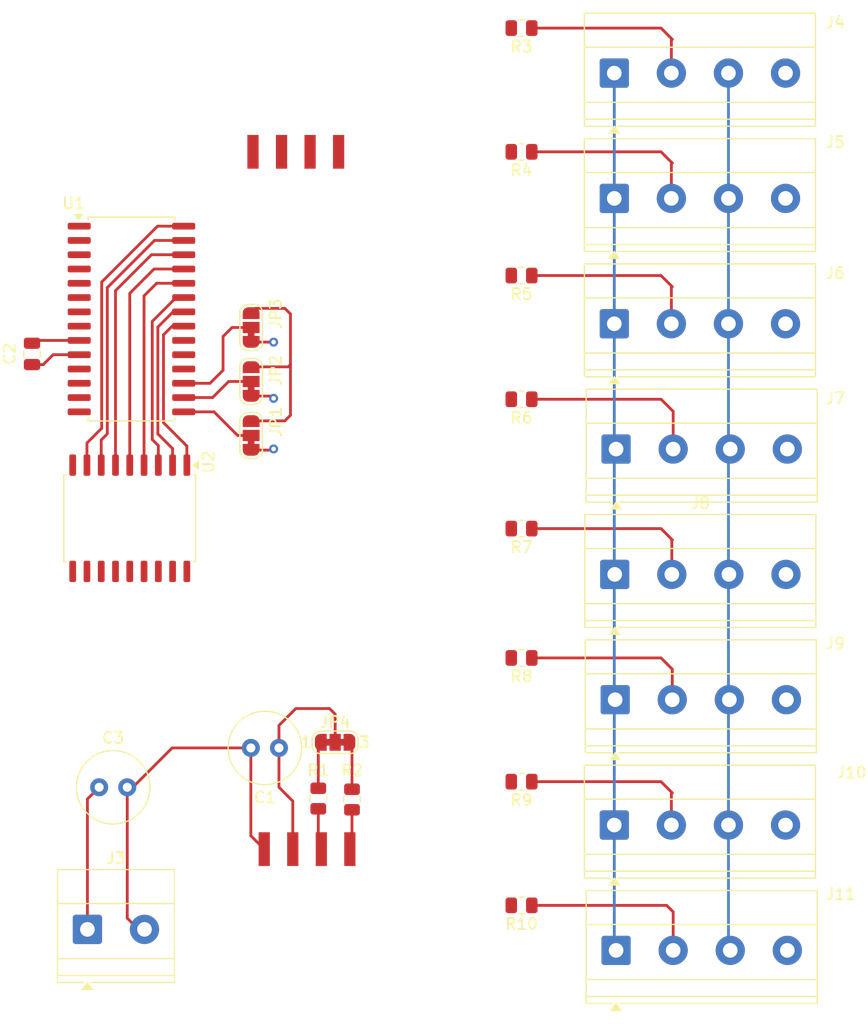
<source format=kicad_pcb>
(kicad_pcb (version 20241229) (generator "pcbnew") (generator_version "9.0")
  (layers (0 "F.Cu" signal) (2 "B.Cu" signal) (13 "F.Paste" user) (15 "B.Paste" user) (5 "F.SilkS" user "F.Silkscreen") (7 "B.SilkS" user "B.Silkscreen") (1 "F.Mask" user) (3 "B.Mask" user) (25 "Edge.Cuts" user))
  (net 0 "")
  (net 1 "GND")
  (net 2 "+3.3V")
  (net 3 "+12V")
  (net 4 "Net-(J4-Pin_4)")
  (net 5 "Net-(J4-Pin_2)")
  (net 6 "Net-(J5-Pin_4)")
  (net 7 "Net-(J5-Pin_2)")
  (net 8 "Net-(J6-Pin_4)")
  (net 9 "Net-(J6-Pin_2)")
  (net 10 "Net-(J7-Pin_2)")
  (net 11 "Net-(J8-Pin_2)")
  (net 12 "Net-(J9-Pin_2)")
  (net 13 "Net-(J10-Pin_2)")
  (net 14 "Net-(J11-Pin_2)")
  (net 15 "Net-(JP4-A)")
  (net 16 "Net-(J7-Pin_4)")
  (net 17 "Net-(J8-Pin_4)")
  (net 18 "Net-(J9-Pin_4)")
  (net 19 "Net-(J10-Pin_4)")
  (net 20 "Net-(J11-Pin_4)")
  (net 21 "Net-(JP4-B)")
  (net 22 "Net-(U1-SDA)")
  (net 23 "Net-(U1-SCK)")
  (net 24 "Net-(U1-GPB0)")
  (net 25 "Net-(U1-GPB1)")
  (net 26 "Net-(U1-GPB2)")
  (net 27 "Net-(JP1-C)")
  (net 28 "Net-(JP2-C)")
  (net 29 "Net-(JP3-C)")
  (net 30 "Net-(U1-GPB3)")
  (net 31 "Net-(U1-GPB4)")
  (net 32 "Net-(U1-GPB5)")
  (net 33 "Net-(U1-GPB6)")
  (net 34 "Net-(U1-GPB7)")
  (net 35 "Net-(U1-GPA5)")
  (net 36 "Net-(U1-GPA2)")
  (net 37 "Net-(U1-GPA0)")
  (net 38 "Net-(U1-GPA6)")
  (net 39 "Net-(U1-GPA1)")
  (net 40 "Net-(U1-GPA4)")
  (net 41 "Net-(U1-GPA7)")
  (net 45 "Net-(U1-GPA3)")
  (footprint "Capacitor_THT:C_Radial_D6.3mm_H11.0mm_P2.50mm" (layer "F.Cu") (at 110 111 180)
    (property "Reference" "C1" (at 1.25 -4.4 0) (layer "F.SilkS"))
    (property "Value" "47u")
    (pad "1" thru_hole circle (at 0 0 180) (size 1.6 1.6) (drill 0.8) (layers "*.Cu" "*.Mask") (net 2 "+3.3V"))
    (pad "2" thru_hole circle (at 2.5 0 180) (size 1.6 1.6) (drill 0.8) (layers "*.Cu" "*.Mask") (net 1 "GND"))
  )
  (footprint "Resistor_SMD:R_0805_2012Metric" (layer "F.Cu") (at 131.5875 103 180)
    (property "Reference" "R8" (at 0 -1.65 0) (layer "F.SilkS"))
    (property "Value" "1k")
    (pad "1" smd roundrect (at -0.9125 0 180) (size 1.025 1.4) (layers "F.Cu" "F.Mask" "F.Paste") (roundrect_rratio 0.243902) (net 12 "Net-(J9-Pin_2)"))
    (pad "2" smd roundrect (at 0.9125 0 180) (size 1.025 1.4) (layers "F.Cu" "F.Mask" "F.Paste") (roundrect_rratio 0.243902) (net 32 "Net-(U1-GPB5)"))
  )
  (footprint "Resistor_SMD:R_0805_2012Metric" (layer "F.Cu") (at 131.5875 125 180)
    (property "Reference" "R10" (at 0 -1.65 0) (layer "F.SilkS"))
    (property "Value" "1k")
    (pad "1" smd roundrect (at -0.9125 0 180) (size 1.025 1.4) (layers "F.Cu" "F.Mask" "F.Paste") (roundrect_rratio 0.243902) (net 14 "Net-(J11-Pin_2)"))
    (pad "2" smd roundrect (at 0.9125 0 180) (size 1.025 1.4) (layers "F.Cu" "F.Mask" "F.Paste") (roundrect_rratio 0.243902) (net 34 "Net-(U1-GPB7)"))
  )
  (footprint "Jumper:SolderJumper-3_P1.3mm_Bridged12_RoundedPad1.0x1.5mm_NumberLabels" (layer "F.Cu") (at 107.524999 78.42 90)
    (property "Reference" "JP2" (at 1 2.2 90) (layer "F.SilkS"))
    (property "Value" "SolderJumper_3_Bridged12" (hide yes))
    (fp_poly (pts (xy -0.9 -0.3) (xy -0.4 -0.3) (xy -0.4 0.3) (xy -0.9 0.3)) (fill yes) (layer "F.Cu"))
    (pad "1" smd custom (at -1.3 0 90) (size 1 0.5) (layers "F.Cu" "F.Mask") (net 1 "GND") (options (clearance outline) (anchor rect)) (primitives (gr_poly (pts (xy 0.55 0.75) (xy 0 0.75) (xy 0 -0.75) (xy 0.55 -0.75)) (width 0) (fill yes)) (gr_circle (center 0 0.25) (end 0.5 0.25) (width 0) (fill yes)) (gr_circle (center 0 -0.25) (end 0.5 -0.25) (width 0) (fill yes))))
    (pad "2" smd rect (at 0 0 90) (size 1 1.5) (layers "F.Cu" "F.Mask") (net 28 "Net-(JP2-C)"))
    (pad "3" smd custom (at 1.3 0 90) (size 1 0.5) (layers "F.Cu" "F.Mask") (net 2 "+3.3V") (options (clearance outline) (anchor rect)) (primitives (gr_circle (center 0 0.25) (end 0.5 0.25) (width 0) (fill yes)) (gr_circle (center 0 -0.25) (end 0.5 -0.25) (width 0) (fill yes)) (gr_poly (pts (xy 0 0.75) (xy -0.55 0.75) (xy -0.55 -0.75) (xy 0 -0.75)) (width 0) (fill yes))))
  )
  (footprint "Package_SO:SOIC-28W_7.5x17.9mm_P1.27mm" (layer "F.Cu") (at 96.874999 72.865)
    (property "Reference" "U1" (at -5.15 -10.285 0) (layer "F.SilkS"))
    (property "Value" "MCP23017_SO")
    (pad "1" smd roundrect (at -4.65 -8.255) (size 2.05 0.6) (layers "F.Cu" "F.Mask" "F.Paste") (net 24 "Net-(U1-GPB0)"))
    (pad "2" smd roundrect (at -4.65 -6.985) (size 2.05 0.6) (layers "F.Cu" "F.Mask" "F.Paste") (net 25 "Net-(U1-GPB1)"))
    (pad "3" smd roundrect (at -4.65 -5.715) (size 2.05 0.6) (layers "F.Cu" "F.Mask" "F.Paste") (net 26 "Net-(U1-GPB2)"))
    (pad "4" smd roundrect (at -4.65 -4.445) (size 2.05 0.6) (layers "F.Cu" "F.Mask" "F.Paste") (net 30 "Net-(U1-GPB3)"))
    (pad "5" smd roundrect (at -4.65 -3.175) (size 2.05 0.6) (layers "F.Cu" "F.Mask" "F.Paste") (net 31 "Net-(U1-GPB4)"))
    (pad "6" smd roundrect (at -4.65 -1.905) (size 2.05 0.6) (layers "F.Cu" "F.Mask" "F.Paste") (net 32 "Net-(U1-GPB5)"))
    (pad "7" smd roundrect (at -4.65 -0.635) (size 2.05 0.6) (layers "F.Cu" "F.Mask" "F.Paste") (net 33 "Net-(U1-GPB6)"))
    (pad "8" smd roundrect (at -4.65 0.635) (size 2.05 0.6) (layers "F.Cu" "F.Mask" "F.Paste") (net 34 "Net-(U1-GPB7)"))
    (pad "9" smd roundrect (at -4.65 1.905) (size 2.05 0.6) (layers "F.Cu" "F.Mask" "F.Paste") (net 2 "+3.3V"))
    (pad "10" smd roundrect (at -4.65 3.175) (size 2.05 0.6) (layers "F.Cu" "F.Mask" "F.Paste") (net 1 "GND"))
    (pad "11" smd roundrect (at -4.65 4.445) (size 2.05 0.6) (layers "F.Cu" "F.Mask" "F.Paste"))
    (pad "12" smd roundrect (at -4.65 5.715) (size 2.05 0.6) (layers "F.Cu" "F.Mask" "F.Paste") (net 23 "Net-(U1-SCK)"))
    (pad "13" smd roundrect (at -4.65 6.985) (size 2.05 0.6) (layers "F.Cu" "F.Mask" "F.Paste") (net 22 "Net-(U1-SDA)"))
    (pad "14" smd roundrect (at -4.65 8.255) (size 2.05 0.6) (layers "F.Cu" "F.Mask" "F.Paste"))
    (pad "15" smd roundrect (at 4.65 8.255) (size 2.05 0.6) (layers "F.Cu" "F.Mask" "F.Paste") (net 27 "Net-(JP1-C)"))
    (pad "16" smd roundrect (at 4.65 6.985) (size 2.05 0.6) (layers "F.Cu" "F.Mask" "F.Paste") (net 28 "Net-(JP2-C)"))
    (pad "17" smd roundrect (at 4.65 5.715) (size 2.05 0.6) (layers "F.Cu" "F.Mask" "F.Paste") (net 29 "Net-(JP3-C)"))
    (pad "18" smd roundrect (at 4.65 4.445) (size 2.05 0.6) (layers "F.Cu" "F.Mask" "F.Paste") (net 2 "+3.3V"))
    (pad "19" smd roundrect (at 4.65 3.175) (size 2.05 0.6) (layers "F.Cu" "F.Mask" "F.Paste"))
    (pad "20" smd roundrect (at 4.65 1.905) (size 2.05 0.6) (layers "F.Cu" "F.Mask" "F.Paste"))
    (pad "21" smd roundrect (at 4.65 0.635) (size 2.05 0.6) (layers "F.Cu" "F.Mask" "F.Paste") (net 37 "Net-(U1-GPA0)"))
    (pad "22" smd roundrect (at 4.65 -0.635) (size 2.05 0.6) (layers "F.Cu" "F.Mask" "F.Paste") (net 39 "Net-(U1-GPA1)"))
    (pad "23" smd roundrect (at 4.65 -1.905) (size 2.05 0.6) (layers "F.Cu" "F.Mask" "F.Paste") (net 36 "Net-(U1-GPA2)"))
    (pad "24" smd roundrect (at 4.65 -3.175) (size 2.05 0.6) (layers "F.Cu" "F.Mask" "F.Paste") (net 45 "Net-(U1-GPA3)"))
    (pad "25" smd roundrect (at 4.65 -4.445) (size 2.05 0.6) (layers "F.Cu" "F.Mask" "F.Paste") (net 40 "Net-(U1-GPA4)"))
    (pad "26" smd roundrect (at 4.65 -5.715) (size 2.05 0.6) (layers "F.Cu" "F.Mask" "F.Paste") (net 35 "Net-(U1-GPA5)"))
    (pad "27" smd roundrect (at 4.65 -6.985) (size 2.05 0.6) (layers "F.Cu" "F.Mask" "F.Paste") (net 38 "Net-(U1-GPA6)"))
    (pad "28" smd roundrect (at 4.65 -8.255) (size 2.05 0.6) (layers "F.Cu" "F.Mask" "F.Paste") (net 41 "Net-(U1-GPA7)"))
  )
  (footprint "Resistor_SMD:R_0805_2012Metric" (layer "F.Cu") (at 116.5 115.5875 90)
    (property "Reference" "R2" (at 2.5875 0 0) (layer "F.SilkS"))
    (property "Value" "4k7")
    (pad "1" smd roundrect (at -0.9125 0 90) (size 1.025 1.4) (layers "F.Cu" "F.Mask" "F.Paste") (roundrect_rratio 0.243902) (net 23 "Net-(U1-SCK)"))
    (pad "2" smd roundrect (at 0.9125 0 90) (size 1.025 1.4) (layers "F.Cu" "F.Mask" "F.Paste") (roundrect_rratio 0.243902) (net 21 "Net-(JP4-B)"))
  )
  (footprint "Package_SO:SOP-18_7.495x11.515mm_P1.27mm" (layer "F.Cu") (at 96.724999 90.58 -90)
    (property "Reference" "U2" (at -5 -7 90) (layer "F.SilkS"))
    (property "Value" "ULN2803A")
    (pad "1" smd roundrect (at -4.725 -5.08 270) (size 1.9 0.6) (layers "F.Cu" "F.Mask" "F.Paste") (net 37 "Net-(U1-GPA0)"))
    (pad "2" smd roundrect (at -4.725 -3.81 270) (size 1.9 0.6) (layers "F.Cu" "F.Mask" "F.Paste") (net 39 "Net-(U1-GPA1)"))
    (pad "3" smd roundrect (at -4.725 -2.54 270) (size 1.9 0.6) (layers "F.Cu" "F.Mask" "F.Paste") (net 36 "Net-(U1-GPA2)"))
    (pad "4" smd roundrect (at -4.725 -1.27 270) (size 1.9 0.6) (layers "F.Cu" "F.Mask" "F.Paste") (net 45 "Net-(U1-GPA3)"))
    (pad "5" smd roundrect (at -4.725 0 270) (size 1.9 0.6) (layers "F.Cu" "F.Mask" "F.Paste") (net 40 "Net-(U1-GPA4)"))
    (pad "6" smd roundrect (at -4.725 1.27 270) (size 1.9 0.6) (layers "F.Cu" "F.Mask" "F.Paste") (net 35 "Net-(U1-GPA5)"))
    (pad "7" smd roundrect (at -4.725 2.54 270) (size 1.9 0.6) (layers "F.Cu" "F.Mask" "F.Paste") (net 38 "Net-(U1-GPA6)"))
    (pad "8" smd roundrect (at -4.725 3.81 270) (size 1.9 0.6) (layers "F.Cu" "F.Mask" "F.Paste") (net 41 "Net-(U1-GPA7)"))
    (pad "9" smd roundrect (at -4.725 5.08 270) (size 1.9 0.6) (layers "F.Cu" "F.Mask" "F.Paste") (net 1 "GND"))
    (pad "10" smd roundrect (at 4.725 5.08 270) (size 1.9 0.6) (layers "F.Cu" "F.Mask" "F.Paste") (net 3 "+12V"))
    (pad "11" smd roundrect (at 4.725 3.81 270) (size 1.9 0.6) (layers "F.Cu" "F.Mask" "F.Paste") (net 20 "Net-(J11-Pin_4)"))
    (pad "12" smd roundrect (at 4.725 2.54 270) (size 1.9 0.6) (layers "F.Cu" "F.Mask" "F.Paste") (net 19 "Net-(J10-Pin_4)"))
    (pad "13" smd roundrect (at 4.725 1.27 270) (size 1.9 0.6) (layers "F.Cu" "F.Mask" "F.Paste") (net 18 "Net-(J9-Pin_4)"))
    (pad "14" smd roundrect (at 4.725 0 270) (size 1.9 0.6) (layers "F.Cu" "F.Mask" "F.Paste") (net 17 "Net-(J8-Pin_4)"))
    (pad "15" smd roundrect (at 4.725 -1.27 270) (size 1.9 0.6) (layers "F.Cu" "F.Mask" "F.Paste") (net 16 "Net-(J7-Pin_4)"))
    (pad "16" smd roundrect (at 4.725 -2.54 270) (size 1.9 0.6) (layers "F.Cu" "F.Mask" "F.Paste") (net 8 "Net-(J6-Pin_4)"))
    (pad "17" smd roundrect (at 4.725 -3.81 270) (size 1.9 0.6) (layers "F.Cu" "F.Mask" "F.Paste") (net 6 "Net-(J5-Pin_4)"))
    (pad "18" smd roundrect (at 4.725 -5.08 270) (size 1.9 0.6) (layers "F.Cu" "F.Mask" "F.Paste") (net 4 "Net-(J4-Pin_4)"))
  )
  (footprint "Resistor_SMD:R_0805_2012Metric" (layer "F.Cu") (at 131.5875 69 180)
    (property "Reference" "R5" (at 0 -1.65 0) (layer "F.SilkS"))
    (property "Value" "1k")
    (pad "1" smd roundrect (at -0.9125 0 180) (size 1.025 1.4) (layers "F.Cu" "F.Mask" "F.Paste") (roundrect_rratio 0.243902) (net 9 "Net-(J6-Pin_2)"))
    (pad "2" smd roundrect (at 0.9125 0 180) (size 1.025 1.4) (layers "F.Cu" "F.Mask" "F.Paste") (roundrect_rratio 0.243902) (net 26 "Net-(U1-GPB2)"))
  )
  (footprint "Jumper:SolderJumper-3_P1.3mm_Bridged123_RoundedPad1.0x1.5mm_NumberLabels" (layer "F.Cu") (at 115 110.5)
    (property "Reference" "JP4" (at 0 -1.8 0) (layer "F.SilkS"))
    (property "Value" "SolderJumper_3_Bridged123")
    (fp_poly (pts (xy -0.9 -0.3) (xy -0.4 -0.3) (xy -0.4 0.3) (xy -0.9 0.3)) (fill yes) (layer "F.Cu"))
    (fp_poly (pts (xy 0.4 -0.3) (xy 0.9 -0.3) (xy 0.9 0.3) (xy 0.4 0.3)) (fill yes) (layer "F.Cu"))
    (fp_text user "3" (at 2.6 0 0) (layer "F.SilkS"))
    (fp_text user "1" (at -2.6 0 0) (layer "F.SilkS"))
    (pad "1" smd custom (at -1.3 0) (size 1 0.5) (layers "F.Cu" "F.Mask") (net 15 "Net-(JP4-A)") (options (clearance outline) (anchor rect)) (primitives (gr_poly (pts (xy 0.55 0.75) (xy 0 0.75) (xy 0 -0.75) (xy 0.55 -0.75)) (width 0) (fill yes)) (gr_circle (center 0 0.25) (end 0.5 0.25) (width 0) (fill yes)) (gr_circle (center 0 -0.25) (end 0.5 -0.25) (width 0) (fill yes))))
    (pad "2" smd rect (at 0 0) (size 1 1.5) (layers "F.Cu" "F.Mask") (net 2 "+3.3V"))
    (pad "3" smd custom (at 1.3 0) (size 1 0.5) (layers "F.Cu" "F.Mask") (net 21 "Net-(JP4-B)") (options (clearance outline) (anchor rect)) (primitives (gr_circle (center 0 0.25) (end 0.5 0.25) (width 0) (fill yes)) (gr_circle (center 0 -0.25) (end 0.5 -0.25) (width 0) (fill yes)) (gr_poly (pts (xy 0 0.75) (xy -0.55 0.75) (xy -0.55 -0.75) (xy 0 -0.75)) (width 0) (fill yes))))
  )
  (footprint "TerminalBlock_Phoenix:TerminalBlock_Phoenix_MKDS-1,5-4-5.08_1x04_P5.08mm_Horizontal" (layer "F.Cu") (at 139.92 106.714286)
    (property "Reference" "J9" (at 19.58 -5 0) (layer "F.SilkS"))
    (property "Value" "Screw_Terminal_01x04")
    (pad "1" thru_hole roundrect (at 0 0) (size 2.6 2.6) (drill 1.3) (layers "*.Cu" "*.Mask") (roundrect_rratio 0.096154) (net 2 "+3.3V"))
    (pad "2" thru_hole circle (at 5.08 0) (size 2.6 2.6) (drill 1.3) (layers "*.Cu" "*.Mask") (net 12 "Net-(J9-Pin_2)"))
    (pad "3" thru_hole circle (at 10.16 0) (size 2.6 2.6) (drill 1.3) (layers "*.Cu" "*.Mask") (net 3 "+12V"))
    (pad "4" thru_hole circle (at 15.24 0) (size 2.6 2.6) (drill 1.3) (layers "*.Cu" "*.Mask") (net 18 "Net-(J9-Pin_4)"))
  )
  (footprint "TerminalBlock_Phoenix:TerminalBlock_Phoenix_MKDS-1,5-4-5.08_1x04_P5.08mm_Horizontal" (layer "F.Cu") (at 139.84 51)
    (property "Reference" "J4" (at 19.66 -4.5 0) (layer "F.SilkS"))
    (property "Value" "Screw_Terminal_01x04" (hide yes))
    (pad "1" thru_hole roundrect (at 0 0) (size 2.6 2.6) (drill 1.3) (layers "*.Cu" "*.Mask") (roundrect_rratio 0.096154) (net 2 "+3.3V"))
    (pad "2" thru_hole circle (at 5.08 0) (size 2.6 2.6) (drill 1.3) (layers "*.Cu" "*.Mask") (net 5 "Net-(J4-Pin_2)"))
    (pad "3" thru_hole circle (at 10.16 0) (size 2.6 2.6) (drill 1.3) (layers "*.Cu" "*.Mask") (net 3 "+12V"))
    (pad "4" thru_hole circle (at 15.24 0) (size 2.6 2.6) (drill 1.3) (layers "*.Cu" "*.Mask") (net 4 "Net-(J4-Pin_4)"))
  )
  (footprint "TerminalBlock_Phoenix:TerminalBlock_Phoenix_MKDS-1,5-4-5.08_1x04_P5.08mm_Horizontal" (layer "F.Cu") (at 139.88 95.571429)
    (property "Reference" "J8" (at 7.62 -6.32 0) (layer "F.SilkS"))
    (property "Value" "Screw_Terminal_01x04")
    (pad "1" thru_hole roundrect (at 0 0) (size 2.6 2.6) (drill 1.3) (layers "*.Cu" "*.Mask") (roundrect_rratio 0.096154) (net 2 "+3.3V"))
    (pad "2" thru_hole circle (at 5.08 0) (size 2.6 2.6) (drill 1.3) (layers "*.Cu" "*.Mask") (net 11 "Net-(J8-Pin_2)"))
    (pad "3" thru_hole circle (at 10.16 0) (size 2.6 2.6) (drill 1.3) (layers "*.Cu" "*.Mask") (net 3 "+12V"))
    (pad "4" thru_hole circle (at 15.24 0) (size 2.6 2.6) (drill 1.3) (layers "*.Cu" "*.Mask") (net 17 "Net-(J8-Pin_4)"))
  )
  (footprint "Resistor_SMD:R_0805_2012Metric" (layer "F.Cu") (at 131.5875 47 180)
    (property "Reference" "R3" (at 0 -1.65 0) (layer "F.SilkS"))
    (property "Value" "1k")
    (pad "1" smd roundrect (at -0.9125 0 180) (size 1.025 1.4) (layers "F.Cu" "F.Mask" "F.Paste") (roundrect_rratio 0.243902) (net 5 "Net-(J4-Pin_2)"))
    (pad "2" smd roundrect (at 0.9125 0 180) (size 1.025 1.4) (layers "F.Cu" "F.Mask" "F.Paste") (roundrect_rratio 0.243902) (net 24 "Net-(U1-GPB0)"))
  )
  (footprint "Capacitor_SMD:C_0805_2012Metric" (layer "F.Cu") (at 88.024999 75.97 -90)
    (property "Reference" "C2" (at 0 2 90) (layer "F.SilkS"))
    (property "Value" "0.1u")
    (pad "1" smd roundrect (at -0.95 0 270) (size 1 1.45) (layers "F.Cu" "F.Mask" "F.Paste") (net 2 "+3.3V"))
    (pad "2" smd roundrect (at 0.95 0 270) (size 1 1.45) (layers "F.Cu" "F.Mask" "F.Paste") (net 1 "GND"))
  )
  (footprint "Resistor_SMD:R_0805_2012Metric" (layer "F.Cu") (at 113.5 115.5 90)
    (property "Reference" "R1" (at 2.5 0 180) (layer "F.SilkS"))
    (property "Value" "4k7")
    (pad "1" smd roundrect (at -0.9125 0 90) (size 1.025 1.4) (layers "F.Cu" "F.Mask" "F.Paste") (roundrect_rratio 0.243902) (net 22 "Net-(U1-SDA)"))
    (pad "2" smd roundrect (at 0.9125 0 90) (size 1.025 1.4) (layers "F.Cu" "F.Mask" "F.Paste") (roundrect_rratio 0.243902) (net 15 "Net-(JP4-A)"))
  )
  (footprint "TerminalBlock_Phoenix:TerminalBlock_Phoenix_MKDS-1,5-4-5.08_1x04_P5.08mm_Horizontal" (layer "F.Cu") (at 140 129)
    (property "Reference" "J11" (at 20 -5 0) (layer "F.SilkS"))
    (property "Value" "Screw_Terminal_01x04")
    (pad "1" thru_hole roundrect (at 0 0) (size 2.6 2.6) (drill 1.3) (layers "*.Cu" "*.Mask") (roundrect_rratio 0.096154) (net 2 "+3.3V"))
    (pad "2" thru_hole circle (at 5.08 0) (size 2.6 2.6) (drill 1.3) (layers "*.Cu" "*.Mask") (net 14 "Net-(J11-Pin_2)"))
    (pad "3" thru_hole circle (at 10.16 0) (size 2.6 2.6) (drill 1.3) (layers "*.Cu" "*.Mask") (net 3 "+12V"))
    (pad "4" thru_hole circle (at 15.24 0) (size 2.6 2.6) (drill 1.3) (layers "*.Cu" "*.Mask") (net 20 "Net-(J11-Pin_4)"))
  )
  (footprint "Resistor_SMD:R_0805_2012Metric" (layer "F.Cu") (at 131.5875 58 180)
    (property "Reference" "R4" (at 0 -1.65 0) (layer "F.SilkS"))
    (property "Value" "1k")
    (pad "1" smd roundrect (at -0.9125 0 180) (size 1.025 1.4) (layers "F.Cu" "F.Mask" "F.Paste") (roundrect_rratio 0.243902) (net 7 "Net-(J5-Pin_2)"))
    (pad "2" smd roundrect (at 0.9125 0 180) (size 1.025 1.4) (layers "F.Cu" "F.Mask" "F.Paste") (roundrect_rratio 0.243902) (net 25 "Net-(U1-GPB1)"))
  )
  (footprint "Jumper:SolderJumper-3_P1.3mm_Bridged12_RoundedPad1.0x1.5mm_NumberLabels" (layer "F.Cu") (at 107.524999 83.22 90)
    (property "Reference" "JP1" (at 1.2 2.2 90) (layer "F.SilkS"))
    (property "Value" "SolderJumper_3_Bridged12" (hide yes))
    (fp_poly (pts (xy -0.9 -0.3) (xy -0.4 -0.3) (xy -0.4 0.3) (xy -0.9 0.3)) (fill yes) (layer "F.Cu"))
    (pad "1" smd custom (at -1.3 0 90) (size 1 0.5) (layers "F.Cu" "F.Mask") (net 1 "GND") (options (clearance outline) (anchor rect)) (primitives (gr_poly (pts (xy 0.55 0.75) (xy 0 0.75) (xy 0 -0.75) (xy 0.55 -0.75)) (width 0) (fill yes)) (gr_circle (center 0 0.25) (end 0.5 0.25) (width 0) (fill yes)) (gr_circle (center 0 -0.25) (end 0.5 -0.25) (width 0) (fill yes))))
    (pad "2" smd rect (at 0 0 90) (size 1 1.5) (layers "F.Cu" "F.Mask") (net 27 "Net-(JP1-C)"))
    (pad "3" smd custom (at 1.3 0 90) (size 1 0.5) (layers "F.Cu" "F.Mask") (net 2 "+3.3V") (options (clearance outline) (anchor rect)) (primitives (gr_circle (center 0 0.25) (end 0.5 0.25) (width 0) (fill yes)) (gr_circle (center 0 -0.25) (end 0.5 -0.25) (width 0) (fill yes)) (gr_poly (pts (xy 0 0.75) (xy -0.55 0.75) (xy -0.55 -0.75) (xy 0 -0.75)) (width 0) (fill yes))))
  )
  (footprint "TerminalBlock_Phoenix:TerminalBlock_Phoenix_MKDS-1,5-4-5.08_1x04_P5.08mm_Horizontal" (layer "F.Cu") (at 139.84 117.857143)
    (property "Reference" "J10" (at 21.12 -4.6725 0) (layer "F.SilkS"))
    (property "Value" "Screw_Terminal_01x04")
    (pad "1" thru_hole roundrect (at 0 0) (size 2.6 2.6) (drill 1.3) (layers "*.Cu" "*.Mask") (roundrect_rratio 0.096154) (net 2 "+3.3V"))
    (pad "2" thru_hole circle (at 5.08 0) (size 2.6 2.6) (drill 1.3) (layers "*.Cu" "*.Mask") (net 13 "Net-(J10-Pin_2)"))
    (pad "3" thru_hole circle (at 10.16 0) (size 2.6 2.6) (drill 1.3) (layers "*.Cu" "*.Mask") (net 3 "+12V"))
    (pad "4" thru_hole circle (at 15.24 0) (size 2.6 2.6) (drill 1.3) (layers "*.Cu" "*.Mask") (net 19 "Net-(J10-Pin_4)"))
  )
  (footprint "TerminalBlock_Phoenix:TerminalBlock_Phoenix_MKDS-1,5-2-5.08_1x02_P5.08mm_Horizontal" (layer "F.Cu") (at 92.955 127.135)
    (property "Reference" "J3" (at 2.54 -6.32 0) (layer "F.SilkS"))
    (property "Value" "Screw_Terminal_01x02")
    (pad "1" thru_hole roundrect (at 0 0) (size 2.6 2.6) (drill 1.3) (layers "*.Cu" "*.Mask") (roundrect_rratio 0.096154) (net 3 "+12V"))
    (pad "2" thru_hole circle (at 5.08 0) (size 2.6 2.6) (drill 1.3) (layers "*.Cu" "*.Mask") (net 1 "GND"))
  )
  (footprint "Resistor_SMD:R_0805_2012Metric" (layer "F.Cu") (at 131.5875 80 180)
    (property "Reference" "R6" (at 0 -1.65 0) (layer "F.SilkS"))
    (property "Value" "1k")
    (pad "1" smd roundrect (at -0.9125 0 180) (size 1.025 1.4) (layers "F.Cu" "F.Mask" "F.Paste") (roundrect_rratio 0.243902) (net 10 "Net-(J7-Pin_2)"))
    (pad "2" smd roundrect (at 0.9125 0 180) (size 1.025 1.4) (layers "F.Cu" "F.Mask" "F.Paste") (roundrect_rratio 0.243902) (net 30 "Net-(U1-GPB3)"))
  )
  (footprint "Resistor_SMD:R_0805_2012Metric" (layer "F.Cu") (at 131.5875 114 180)
    (property "Reference" "R9" (at 0 -1.65 0) (layer "F.SilkS"))
    (property "Value" "1k")
    (pad "1" smd roundrect (at -0.9125 0 180) (size 1.025 1.4) (layers "F.Cu" "F.Mask" "F.Paste") (roundrect_rratio 0.243902) (net 13 "Net-(J10-Pin_2)"))
    (pad "2" smd roundrect (at 0.9125 0 180) (size 1.025 1.4) (layers "F.Cu" "F.Mask" "F.Paste") (roundrect_rratio 0.243902) (net 33 "Net-(U1-GPB6)"))
  )
  (footprint "SparkFun-Connector:1x04_RA_SMD" (layer "F.Cu") (at 111.5 53 180)
    (property "Reference" "J2")
    (property "Value" "~")
    (pad "" np_thru_hole circle (at -2.54 0 180) (size 1.4 1.4) (drill 1.4) (layers "*.Cu" "*.Mask"))
    (pad "" np_thru_hole circle (at 2.54 0 180) (size 1.4 1.4) (drill 1.4) (layers "*.Cu" "*.Mask"))
    (pad "1" smd rect (at -3.81 -5 270) (size 3 1) (layers "F.Cu" "F.Mask" "F.Paste") (net 1 "GND"))
    (pad "2" smd rect (at -1.27 -5 270) (size 3 1) (layers "F.Cu" "F.Mask" "F.Paste") (net 2 "+3.3V"))
    (pad "3" smd rect (at 1.27 -5 270) (size 3 1) (layers "F.Cu" "F.Mask" "F.Paste") (net 22 "Net-(U1-SDA)"))
    (pad "4" smd rect (at 3.81 -5 270) (size 3 1) (layers "F.Cu" "F.Mask" "F.Paste") (net 23 "Net-(U1-SCK)"))
  )
  (footprint "Capacitor_THT:C_Radial_D6.3mm_H11.0mm_P2.50mm" (layer "F.Cu") (at 94 114.5)
    (property "Reference" "C3" (at 1.25 -4.4 0) (layer "F.SilkS"))
    (property "Value" "47u")
    (pad "1" thru_hole circle (at 0 0) (size 1.6 1.6) (drill 0.8) (layers "*.Cu" "*.Mask") (net 3 "+12V"))
    (pad "2" thru_hole circle (at 2.5 0) (size 1.6 1.6) (drill 0.8) (layers "*.Cu" "*.Mask") (net 1 "GND"))
  )
  (footprint "Jumper:SolderJumper-3_P1.3mm_Bridged12_RoundedPad1.0x1.5mm_NumberLabels" (layer "F.Cu") (at 107.524999 73.62 90)
    (property "Reference" "JP3" (at 1.2 2.2 90) (layer "F.SilkS"))
    (property "Value" "SolderJumper_3_Bridged12" (hide yes))
    (fp_poly (pts (xy -0.9 -0.3) (xy -0.4 -0.3) (xy -0.4 0.3) (xy -0.9 0.3)) (fill yes) (layer "F.Cu"))
    (pad "1" smd custom (at -1.3 0 90) (size 1 0.5) (layers "F.Cu" "F.Mask") (net 1 "GND") (options (clearance outline) (anchor rect)) (primitives (gr_poly (pts (xy 0.55 0.75) (xy 0 0.75) (xy 0 -0.75) (xy 0.55 -0.75)) (width 0) (fill yes)) (gr_circle (center 0 0.25) (end 0.5 0.25) (width 0) (fill yes)) (gr_circle (center 0 -0.25) (end 0.5 -0.25) (width 0) (fill yes))))
    (pad "2" smd rect (at 0 0 90) (size 1 1.5) (layers "F.Cu" "F.Mask") (net 29 "Net-(JP3-C)"))
    (pad "3" smd custom (at 1.3 0 90) (size 1 0.5) (layers "F.Cu" "F.Mask") (net 2 "+3.3V") (options (clearance outline) (anchor rect)) (primitives (gr_circle (center 0 0.25) (end 0.5 0.25) (width 0) (fill yes)) (gr_circle (center 0 -0.25) (end 0.5 -0.25) (width 0) (fill yes)) (gr_poly (pts (xy 0 0.75) (xy -0.55 0.75) (xy -0.55 -0.75) (xy 0 -0.75)) (width 0) (fill yes))))
  )
  (footprint "TerminalBlock_Phoenix:TerminalBlock_Phoenix_MKDS-1,5-4-5.08_1x04_P5.08mm_Horizontal" (layer "F.Cu") (at 139.84 73.285714)
    (property "Reference" "J6" (at 19.66 -4.5 0) (layer "F.SilkS"))
    (property "Value" "Screw_Terminal_01x04" (hide yes))
    (pad "1" thru_hole roundrect (at 0 0) (size 2.6 2.6) (drill 1.3) (layers "*.Cu" "*.Mask") (roundrect_rratio 0.096154) (net 2 "+3.3V"))
    (pad "2" thru_hole circle (at 5.08 0) (size 2.6 2.6) (drill 1.3) (layers "*.Cu" "*.Mask") (net 9 "Net-(J6-Pin_2)"))
    (pad "3" thru_hole circle (at 10.16 0) (size 2.6 2.6) (drill 1.3) (layers "*.Cu" "*.Mask") (net 3 "+12V"))
    (pad "4" thru_hole circle (at 15.24 0) (size 2.6 2.6) (drill 1.3) (layers "*.Cu" "*.Mask") (net 8 "Net-(J6-Pin_4)"))
  )
  (footprint "Resistor_SMD:R_0805_2012Metric" (layer "F.Cu") (at 131.5875 91.5 180)
    (property "Reference" "R7" (at 0 -1.65 0) (layer "F.SilkS"))
    (property "Value" "1k")
    (pad "1" smd roundrect (at -0.9125 0 180) (size 1.025 1.4) (layers "F.Cu" "F.Mask" "F.Paste") (roundrect_rratio 0.243902) (net 11 "Net-(J8-Pin_2)"))
    (pad "2" smd roundrect (at 0.9125 0 180) (size 1.025 1.4) (layers "F.Cu" "F.Mask" "F.Paste") (roundrect_rratio 0.243902) (net 31 "Net-(U1-GPB4)"))
  )
  (footprint "TerminalBlock_Phoenix:TerminalBlock_Phoenix_MKDS-1,5-4-5.08_1x04_P5.08mm_Horizontal" (layer "F.Cu") (at 139.84 62.142857)
    (property "Reference" "J5" (at 19.66 -5 0) (layer "F.SilkS"))
    (property "Value" "Screw_Terminal_01x04" (hide yes))
    (pad "1" thru_hole roundrect (at 0 0) (size 2.6 2.6) (drill 1.3) (layers "*.Cu" "*.Mask") (roundrect_rratio 0.096154) (net 2 "+3.3V"))
    (pad "2" thru_hole circle (at 5.08 0) (size 2.6 2.6) (drill 1.3) (layers "*.Cu" "*.Mask") (net 7 "Net-(J5-Pin_2)"))
    (pad "3" thru_hole circle (at 10.16 0) (size 2.6 2.6) (drill 1.3) (layers "*.Cu" "*.Mask") (net 3 "+12V"))
    (pad "4" thru_hole circle (at 15.24 0) (size 2.6 2.6) (drill 1.3) (layers "*.Cu" "*.Mask") (net 6 "Net-(J5-Pin_4)"))
  )
  (footprint "SparkFun-Connector:1x04_RA_SMD" (layer "F.Cu") (at 112.5 125)
    (property "Reference" "J1")
    (property "Value" "~")
    (pad "" np_thru_hole circle (at -2.54 0) (size 1.4 1.4) (drill 1.4) (layers "*.Cu" "*.Mask"))
    (pad "" np_thru_hole circle (at 2.54 0) (size 1.4 1.4) (drill 1.4) (layers "*.Cu" "*.Mask"))
    (pad "1" smd rect (at -3.81 -5 90) (size 3 1) (layers "F.Cu" "F.Mask" "F.Paste") (net 1 "GND"))
    (pad "2" smd rect (at -1.27 -5 90) (size 3 1) (layers "F.Cu" "F.Mask" "F.Paste") (net 2 "+3.3V"))
    (pad "3" smd rect (at 1.27 -5 90) (size 3 1) (layers "F.Cu" "F.Mask" "F.Paste") (net 22 "Net-(U1-SDA)"))
    (pad "4" smd rect (at 3.81 -5 90) (size 3 1) (layers "F.Cu" "F.Mask" "F.Paste") (net 23 "Net-(U1-SCK)"))
  )
  (footprint "TerminalBlock_Phoenix:TerminalBlock_Phoenix_MKDS-1,5-4-5.08_1x04_P5.08mm_Horizontal" (layer "F.Cu") (at 140 84.428571)
    (property "Reference" "J7" (at 19.5 -4.5 0) (layer "F.SilkS"))
    (property "Value" "Screw_Terminal_01x04")
    (pad "1" thru_hole roundrect (at 0 0) (size 2.6 2.6) (drill 1.3) (layers "*.Cu" "*.Mask") (roundrect_rratio 0.096154) (net 2 "+3.3V"))
    (pad "2" thru_hole circle (at 5.08 0) (size 2.6 2.6) (drill 1.3) (layers "*.Cu" "*.Mask") (net 10 "Net-(J7-Pin_2)"))
    (pad "3" thru_hole circle (at 10.16 0) (size 2.6 2.6) (drill 1.3) (layers "*.Cu" "*.Mask") (net 3 "+12V"))
    (pad "4" thru_hole circle (at 15.24 0) (size 2.6 2.6) (drill 1.3) (layers "*.Cu" "*.Mask") (net 16 "Net-(J7-Pin_4)"))
  )
  (segment (start 96.5 126.1375) (end 98.035 127.6725) (width 0.25) (layer "F.Cu") (net 1))
  (segment (start 107.524999 79.72) (end 109.324999 79.72) (width 0.25) (layer "F.Cu") (net 1))
  (segment (start 89.024999 76.92) (end 89.904999 76.04) (width 0.25) (layer "F.Cu") (net 1))
  (segment (start 107.524999 84.52) (end 109.424999 84.52) (width 0.25) (layer "F.Cu") (net 1))
  (segment (start 108.69 120) (end 107.5 118.81) (width 0.25) (layer "F.Cu") (net 1))
  (segment (start 107.5 118.81) (end 107.5 111) (width 0.25) (layer "F.Cu") (net 1))
  (segment (start 107.524999 74.92) (end 109.524999 74.92) (width 0.25) (layer "F.Cu") (net 1))
  (segment (start 89.904999 76.04) (end 92.224999 76.04) (width 0.25) (layer "F.Cu") (net 1))
  (segment (start 88.024999 76.92) (end 89.024999 76.92) (width 0.25) (layer "F.Cu") (net 1))
  (segment (start 97 114.5) (end 100.5 111) (width 0.25) (layer "F.Cu") (net 1))
  (segment (start 109.324999 79.72) (end 109.524999 79.92) (width 0.25) (layer "F.Cu") (net 1))
  (segment (start 96.5 114.5) (end 97 114.5) (width 0.25) (layer "F.Cu") (net 1))
  (segment (start 100.5 111) (end 107.5 111) (width 0.25) (layer "F.Cu") (net 1))
  (segment (start 109.424999 84.52) (end 109.524999 84.42) (width 0.25) (layer "F.Cu") (net 1))
  (segment (start 96.5 114.5) (end 96.5 126.1375) (width 0.25) (layer "F.Cu") (net 1))
  (via (at 109.524999 74.92) (size 0.8) (drill 0.4) (layers "F.Cu" "B.Cu") (net 1))
  (via (at 109.524999 79.92) (size 0.8) (drill 0.4) (layers "F.Cu" "B.Cu") (net 1))
  (via (at 109.524999 84.42) (size 0.8) (drill 0.4) (layers "F.Cu" "B.Cu") (net 1))
  (segment (start 110 111) (end 110 114.5) (width 0.25) (layer "F.Cu") (net 2))
  (segment (start 92.224999 74.77) (end 88.274999 74.77) (width 0.25) (layer "F.Cu") (net 2))
  (segment (start 107.924999 71.92) (end 107.524999 72.32) (width 0.25) (layer "F.Cu") (net 2))
  (segment (start 88.274999 74.77) (end 88.024999 75.02) (width 0.25) (layer "F.Cu") (net 2))
  (segment (start 110.524999 71.92) (end 107.924999 71.92) (width 0.25) (layer "F.Cu") (net 2))
  (segment (start 111.5 107.5) (end 114.5 107.5) (width 0.25) (layer "F.Cu") (net 2))
  (segment (start 110.824999 77.12) (end 111.024999 76.92) (width 0.25) (layer "F.Cu") (net 2))
  (segment (start 114.5 107.5) (end 115 108) (width 0.25) (layer "F.Cu") (net 2))
  (segment (start 111.024999 72.42) (end 110.524999 71.92) (width 0.25) (layer "F.Cu") (net 2))
  (segment (start 111.024999 81.42) (end 111.024999 76.92) (width 0.25) (layer "F.Cu") (net 2))
  (segment (start 115 108) (end 115 110.5) (width 0.25) (layer "F.Cu") (net 2))
  (segment (start 110 114.5) (end 111.23 115.73) (width 0.25) (layer "F.Cu") (net 2))
  (segment (start 110 109) (end 111.5 107.5) (width 0.25) (layer "F.Cu") (net 2))
  (segment (start 111.23 115.73) (end 111.23 120) (width 0.25) (layer "F.Cu") (net 2))
  (segment (start 110.524999 81.92) (end 111.024999 81.42) (width 0.25) (layer "F.Cu") (net 2))
  (segment (start 107.524999 81.92) (end 110.524999 81.92) (width 0.25) (layer "F.Cu") (net 2))
  (segment (start 111.024999 76.92) (end 111.024999 72.42) (width 0.25) (layer "F.Cu") (net 2))
  (segment (start 107.524999 77.12) (end 110.824999 77.12) (width 0.25) (layer "F.Cu") (net 2))
  (segment (start 110 111) (end 110 109) (width 0.25) (layer "F.Cu") (net 2))
  (segment (start 139.84 51) (end 139.84 128.84) (width 0.25) (layer "B.Cu") (net 2))
  (segment (start 139.84 128.84) (end 140 129) (width 0.25) (layer "B.Cu") (net 2))
  (segment (start 92.955 127.6725) (end 92.955 115.545) (width 0.25) (layer "F.Cu") (net 3))
  (segment (start 92.955 115.545) (end 94 114.5) (width 0.25) (layer "F.Cu") (net 3))
  (segment (start 150 128.84) (end 150.16 129) (width 0.25) (layer "B.Cu") (net 3))
  (segment (start 150 51) (end 150 128.84) (width 0.25) (layer "B.Cu") (net 3))
  (segment (start 145 48) (end 144.92 48.08) (width 0.25) (layer "F.Cu") (net 5))
  (segment (start 132.5 47) (end 144 47) (width 0.25) (layer "F.Cu") (net 5))
  (segment (start 144 47) (end 145 48) (width 0.25) (layer "F.Cu") (net 5))
  (segment (start 144.92 48.08) (end 144.92 51) (width 0.25) (layer "F.Cu") (net 5))
  (segment (start 145 59) (end 144.92 59.08) (width 0.25) (layer "F.Cu") (net 7))
  (segment (start 132.5 58) (end 144 58) (width 0.25) (layer "F.Cu") (net 7))
  (segment (start 144 58) (end 145 59) (width 0.25) (layer "F.Cu") (net 7))
  (segment (start 144.92 59.08) (end 144.92 62.142857) (width 0.25) (layer "F.Cu") (net 7))
  (segment (start 144.92 70.08) (end 144.92 73.285714) (width 0.25) (layer "F.Cu") (net 9))
  (segment (start 144 69) (end 145 70) (width 0.25) (layer "F.Cu") (net 9))
  (segment (start 132.5 69) (end 144 69) (width 0.25) (layer "F.Cu") (net 9))
  (segment (start 145 70) (end 144.92 70.08) (width 0.25) (layer "F.Cu") (net 9))
  (segment (start 144 80) (end 145.08 81.08) (width 0.25) (layer "F.Cu") (net 10))
  (segment (start 145.08 81.08) (end 145.08 84.428571) (width 0.25) (layer "F.Cu") (net 10))
  (segment (start 132.5 80) (end 144 80) (width 0.25) (layer "F.Cu") (net 10))
  (segment (start 144.96 92.54) (end 144.96 95.571429) (width 0.25) (layer "F.Cu") (net 11))
  (segment (start 144 91.5) (end 145 92.5) (width 0.25) (layer "F.Cu") (net 11))
  (segment (start 145 92.5) (end 144.96 92.54) (width 0.25) (layer "F.Cu") (net 11))
  (segment (start 132.5 91.5) (end 144 91.5) (width 0.25) (layer "F.Cu") (net 11))
  (segment (start 144 103) (end 145 104) (width 0.25) (layer "F.Cu") (net 12))
  (segment (start 145 104) (end 145 106.714286) (width 0.25) (layer "F.Cu") (net 12))
  (segment (start 132.5 103) (end 144 103) (width 0.25) (layer "F.Cu") (net 12))
  (segment (start 144 114) (end 145 115) (width 0.25) (layer "F.Cu") (net 13))
  (segment (start 145 115) (end 144.92 115.08) (width 0.25) (layer "F.Cu") (net 13))
  (segment (start 132.5 114) (end 144 114) (width 0.25) (layer "F.Cu") (net 13))
  (segment (start 144.92 115.08) (end 144.92 117.857143) (width 0.25) (layer "F.Cu") (net 13))
  (segment (start 144.5 125) (end 145.08 125.58) (width 0.25) (layer "F.Cu") (net 14))
  (segment (start 145.08 125.58) (end 145.08 129) (width 0.25) (layer "F.Cu") (net 14))
  (segment (start 132.5 125) (end 144.5 125) (width 0.25) (layer "F.Cu") (net 14))
  (segment (start 113.5 114.5875) (end 113.5 110.7) (width 0.25) (layer "F.Cu") (net 15))
  (segment (start 113.5 110.7) (end 113.7 110.5) (width 0.25) (layer "F.Cu") (net 15))
  (segment (start 116.3 110.5) (end 116.5 110.7) (width 0.25) (layer "F.Cu") (net 21))
  (segment (start 116.5 110.7) (end 116.5 114.675) (width 0.25) (layer "F.Cu") (net 21))
  (segment (start 113.5 119.73) (end 113.77 120) (width 0.25) (layer "F.Cu") (net 22))
  (segment (start 113.5 116.4125) (end 113.5 119.73) (width 0.25) (layer "F.Cu") (net 22))
  (segment (start 116.5 119.81) (end 116.31 120) (width 0.25) (layer "F.Cu") (net 23))
  (segment (start 116.5 116.5) (end 116.5 119.81) (width 0.25) (layer "F.Cu") (net 23))
  (segment (start 104.224999 81.12) (end 101.524999 81.12) (width 0.25) (layer "F.Cu") (net 27))
  (segment (start 106.324999 83.22) (end 104.224999 81.12) (width 0.25) (layer "F.Cu") (net 27))
  (segment (start 107.524999 83.22) (end 106.324999 83.22) (width 0.25) (layer "F.Cu") (net 27))
  (segment (start 107.524999 78.42) (end 105.524999 78.42) (width 0.25) (layer "F.Cu") (net 28))
  (segment (start 104.094999 79.85) (end 101.524999 79.85) (width 0.25) (layer "F.Cu") (net 28))
  (segment (start 105.524999 78.42) (end 104.094999 79.85) (width 0.25) (layer "F.Cu") (net 28))
  (segment (start 107.524999 73.62) (end 105.824999 73.62) (width 0.25) (layer "F.Cu") (net 29))
  (segment (start 103.864999 78.58) (end 101.524999 78.58) (width 0.25) (layer "F.Cu") (net 29))
  (segment (start 105.024999 74.42) (end 105.024999 77.42) (width 0.25) (layer "F.Cu") (net 29))
  (segment (start 105.024999 77.42) (end 103.864999 78.58) (width 0.25) (layer "F.Cu") (net 29))
  (segment (start 105.824999 73.62) (end 105.024999 74.42) (width 0.25) (layer "F.Cu") (net 29))
  (segment (start 95.454999 70.35) (end 95.454999 85.855) (width 0.25) (layer "F.Cu") (net 35))
  (segment (start 101.524999 67.15) (end 98.654999 67.15) (width 0.25) (layer "F.Cu") (net 35))
  (segment (start 98.654999 67.15) (end 95.454999 70.35) (width 0.25) (layer "F.Cu") (net 35))
  (segment (start 98.724999 83.58) (end 99.264999 84.12) (width 0.25) (layer "F.Cu") (net 36))
  (segment (start 101.524999 70.96) (end 100.844999 70.96) (width 0.25) (layer "F.Cu") (net 36))
  (segment (start 99.264999 84.12) (end 99.264999 85.855) (width 0.25) (layer "F.Cu") (net 36))
  (segment (start 98.724999 73.08) (end 98.724999 83.58) (width 0.25) (layer "F.Cu") (net 36))
  (segment (start 100.844999 70.96) (end 98.724999 73.08) (width 0.25) (layer "F.Cu") (net 36))
  (segment (start 100.5 73.5) (end 101.524999 73.5) (width 0.25) (layer "F.Cu") (net 37))
  (segment (start 101.804999 85.855) (end 101.804999 84.16) (width 0.25) (layer "F.Cu") (net 37))
  (segment (start 99.724999 74.275001) (end 100.5 73.5) (width 0.25) (layer "F.Cu") (net 37))
  (segment (start 101.804999 84.16) (end 99.724999 82.08) (width 0.25) (layer "F.Cu") (net 37))
  (segment (start 99.724999 82.08) (end 99.724999 74.275001) (width 0.25) (layer "F.Cu") (net 37))
  (segment (start 94.724999 70.08) (end 98.924999 65.88) (width 0.25) (layer "F.Cu") (net 38))
  (segment (start 98.924999 65.88) (end 101.524999 65.88) (width 0.25) (layer "F.Cu") (net 38))
  (segment (start 94.184999 83.62) (end 94.724999 83.08) (width 0.25) (layer "F.Cu") (net 38))
  (segment (start 94.184999 85.855) (end 94.184999 83.62) (width 0.25) (layer "F.Cu") (net 38))
  (segment (start 94.724999 83.08) (end 94.724999 70.08) (width 0.25) (layer "F.Cu") (net 38))
  (segment (start 100.534999 84.39) (end 99.224999 83.08) (width 0.25) (layer "F.Cu") (net 39))
  (segment (start 99.224999 73.58) (end 100.574999 72.23) (width 0.25) (layer "F.Cu") (net 39))
  (segment (start 100.574999 72.23) (end 101.524999 72.23) (width 0.25) (layer "F.Cu") (net 39))
  (segment (start 100.534999 85.855) (end 100.534999 84.39) (width 0.25) (layer "F.Cu") (net 39))
  (segment (start 99.224999 83.08) (end 99.224999 73.58) (width 0.25) (layer "F.Cu") (net 39))
  (segment (start 98.884999 68.42) (end 101.524999 68.42) (width 0.25) (layer "F.Cu") (net 40))
  (segment (start 96.724999 70.58) (end 98.884999 68.42) (width 0.25) (layer "F.Cu") (net 40))
  (segment (start 96.724999 85.855) (end 96.724999 70.58) (width 0.25) (layer "F.Cu") (net 40))
  (segment (start 94.224999 82.58) (end 94.224999 69.58) (width 0.25) (layer "F.Cu") (net 41))
  (segment (start 94.224999 69.58) (end 99.194999 64.61) (width 0.25) (layer "F.Cu") (net 41))
  (segment (start 99.194999 64.61) (end 101.524999 64.61) (width 0.25) (layer "F.Cu") (net 41))
  (segment (start 92.914999 83.89) (end 94.224999 82.58) (width 0.25) (layer "F.Cu") (net 41))
  (segment (start 92.914999 85.855) (end 92.914999 83.89) (width 0.25) (layer "F.Cu") (net 41))
  (segment (start 97.994999 70.81) (end 99.114999 69.69) (width 0.25) (layer "F.Cu") (net 45))
  (segment (start 99.114999 69.69) (end 101.524999 69.69) (width 0.25) (layer "F.Cu") (net 45))
  (segment (start 97.994999 85.855) (end 97.994999 70.81) (width 0.25) (layer "F.Cu") (net 45))
)
</source>
